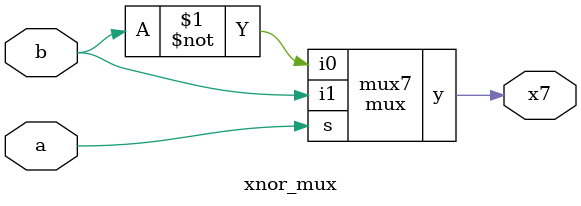
<source format=v>
module mux(input i0,i1,s,output y);

assign y=(~s&i0)|(s&i1);

endmodule
//------------------------------------------------------------------------
module and_mux(input a,b,output x1);

mux mux1(.i0(0),.i1(b),.s(a),.y(x1));

endmodule

//----------------------------------------------------------------------
module or_mux(input a,b,output x2);

mux mux2(.i0(b),.i1(1),.s(a),.y(x2));

endmodule

//-------------------------------------------------------------------
module nand_mux(input a,b,output x3);

mux mux3(.i0(1),.i1(~b),.s(a),.y(x3));

endmodule

//-----------------------------------------------------------------
module nor_mux(input a,b,output x4);

mux mux4(.i0(~b),.i1(0),.s(a),.y(x4));

endmodule

//-----------------------------------------------------------------

module xor_mux(input a,b,output x5);

mux mux5(.i0(b),.i1(~b),.s(a),.y(x5));

//-----------------------------------------------------------------
endmodule

module not_mux(input a,output x6);

mux mux6(.i0(1),.i1(0),.s(a),.y(x6));

endmodule
//-------------------------------------------------------------------

module xnor_mux(input a,b,output x7);

mux mux7(.i0(~b),.i1(b),.s(a),.y(x7));

endmodule


</source>
